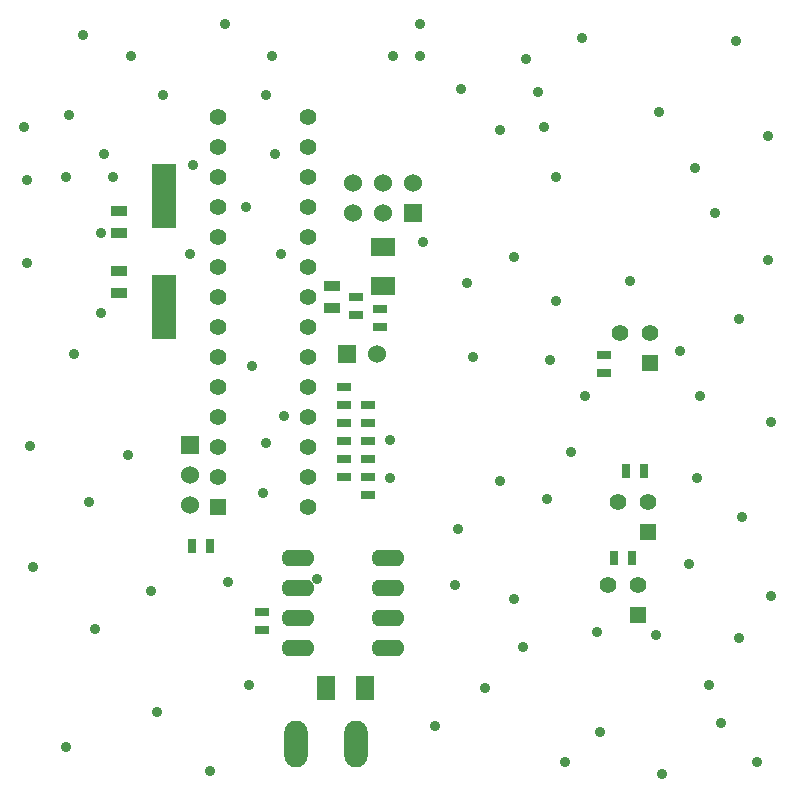
<source format=gbs>
G04 (created by PCBNEW (2013-jul-07)-stable) date pon, 28 lis 2016, 06:01:28*
%MOIN*%
G04 Gerber Fmt 3.4, Leading zero omitted, Abs format*
%FSLAX34Y34*%
G01*
G70*
G90*
G04 APERTURE LIST*
%ADD10C,0.00393701*%
%ADD11R,0.055X0.055*%
%ADD12C,0.055*%
%ADD13R,0.08X0.06*%
%ADD14R,0.06X0.08*%
%ADD15R,0.055X0.035*%
%ADD16R,0.045X0.025*%
%ADD17R,0.025X0.045*%
%ADD18R,0.0787X0.2165*%
%ADD19R,0.06X0.06*%
%ADD20C,0.06*%
%ADD21O,0.11X0.055*%
%ADD22O,0.078X0.156*%
%ADD23C,0.0354331*%
G04 APERTURE END LIST*
G54D10*
G54D11*
X93300Y-43100D03*
G54D12*
X93300Y-42100D03*
X92300Y-42100D03*
G54D11*
X93216Y-48728D03*
G54D12*
X93216Y-47728D03*
X92216Y-47728D03*
G54D11*
X92900Y-51500D03*
G54D12*
X92900Y-50500D03*
X91900Y-50500D03*
G54D13*
X84400Y-40550D03*
X84400Y-39250D03*
G54D14*
X83800Y-53950D03*
X82500Y-53950D03*
G54D15*
X75600Y-38025D03*
X75600Y-38775D03*
X75600Y-40775D03*
X75600Y-40025D03*
G54D16*
X91779Y-43436D03*
X91779Y-42836D03*
G54D17*
X93100Y-46700D03*
X92500Y-46700D03*
G54D16*
X83100Y-43900D03*
X83100Y-44500D03*
X83500Y-40900D03*
X83500Y-41500D03*
X83100Y-45100D03*
X83100Y-45700D03*
X83900Y-46300D03*
X83900Y-45700D03*
X83900Y-45100D03*
X83900Y-44500D03*
X80350Y-52000D03*
X80350Y-51400D03*
G54D17*
X78646Y-49212D03*
X78046Y-49212D03*
G54D16*
X84300Y-41900D03*
X84300Y-41300D03*
G54D17*
X92700Y-49600D03*
X92100Y-49600D03*
G54D16*
X83100Y-46300D03*
X83100Y-46900D03*
X83900Y-47500D03*
X83900Y-46900D03*
G54D18*
X77100Y-37550D03*
X77100Y-41250D03*
G54D19*
X85400Y-38100D03*
G54D20*
X85400Y-37100D03*
X84400Y-38100D03*
X84400Y-37100D03*
X83400Y-38100D03*
X83400Y-37100D03*
G54D19*
X77952Y-45850D03*
G54D20*
X77952Y-46850D03*
X77952Y-47850D03*
G54D19*
X83200Y-42800D03*
G54D20*
X84200Y-42800D03*
G54D21*
X81550Y-52600D03*
X81550Y-51600D03*
X81550Y-50600D03*
X81550Y-49600D03*
X84550Y-49600D03*
X84550Y-50600D03*
X84550Y-51600D03*
X84550Y-52600D03*
G54D22*
X83490Y-55800D03*
X81510Y-55800D03*
G54D12*
X78900Y-46900D03*
X78900Y-45900D03*
X78900Y-44900D03*
X78900Y-43900D03*
X78900Y-42900D03*
X78900Y-41900D03*
X78900Y-40900D03*
X78900Y-39900D03*
X78900Y-38900D03*
X78900Y-37900D03*
X78900Y-36900D03*
X78900Y-35900D03*
X78900Y-34900D03*
G54D11*
X78900Y-47900D03*
G54D12*
X81900Y-34900D03*
X81900Y-35900D03*
X81900Y-36900D03*
X81900Y-37900D03*
X81900Y-38900D03*
X81900Y-39900D03*
X81900Y-40900D03*
X81900Y-41900D03*
X81900Y-42900D03*
X81900Y-43900D03*
X81900Y-44900D03*
X81900Y-45900D03*
X81900Y-46900D03*
X81900Y-47900D03*
G54D15*
X82700Y-40525D03*
X82700Y-41275D03*
G54D23*
X72539Y-37007D03*
X72539Y-39763D03*
X72637Y-45866D03*
X74606Y-47736D03*
X74803Y-51968D03*
X76673Y-50688D03*
X75885Y-46161D03*
X74114Y-42814D03*
X73818Y-36909D03*
X72440Y-35236D03*
X73917Y-34842D03*
X75984Y-32874D03*
X84744Y-32874D03*
X80708Y-32874D03*
X80511Y-34153D03*
X77066Y-34153D03*
X75098Y-36122D03*
X74409Y-32185D03*
X79133Y-31791D03*
X85629Y-31791D03*
X85629Y-32874D03*
X89173Y-32972D03*
X91043Y-32283D03*
X93602Y-34744D03*
X97244Y-35531D03*
X95472Y-38090D03*
X97244Y-39665D03*
X97342Y-45078D03*
X97342Y-50885D03*
X96850Y-56397D03*
X93700Y-56791D03*
X90452Y-56397D03*
X87795Y-53937D03*
X89074Y-52559D03*
X91535Y-52066D03*
X93503Y-52165D03*
X91633Y-55413D03*
X95669Y-55118D03*
X96259Y-52263D03*
X96358Y-48228D03*
X96259Y-41633D03*
X94980Y-44192D03*
X94881Y-46948D03*
X94586Y-49803D03*
X95275Y-53838D03*
X86122Y-55216D03*
X88779Y-50984D03*
X86909Y-48622D03*
X88287Y-47047D03*
X89862Y-47637D03*
X90649Y-46062D03*
X91141Y-44192D03*
X89960Y-43011D03*
X92618Y-40354D03*
X90157Y-41043D03*
X88779Y-39566D03*
X90157Y-36909D03*
X89763Y-35236D03*
X88287Y-35334D03*
X89566Y-34055D03*
X87007Y-33956D03*
X80807Y-36122D03*
X79822Y-37893D03*
X81003Y-39468D03*
X80511Y-45767D03*
X80413Y-47440D03*
X82185Y-50295D03*
X79232Y-50393D03*
X79921Y-53838D03*
X78641Y-56692D03*
X76870Y-54724D03*
X73818Y-55905D03*
X72736Y-49901D03*
X77952Y-39468D03*
X75393Y-36909D03*
X75000Y-41437D03*
X75000Y-38779D03*
X80019Y-43208D03*
X87401Y-42913D03*
X87204Y-40452D03*
X85728Y-39074D03*
X96161Y-32381D03*
X94783Y-36614D03*
X81102Y-44881D03*
X84645Y-45669D03*
X84645Y-46948D03*
X78051Y-36515D03*
X94291Y-42716D03*
X86811Y-50492D03*
M02*

</source>
